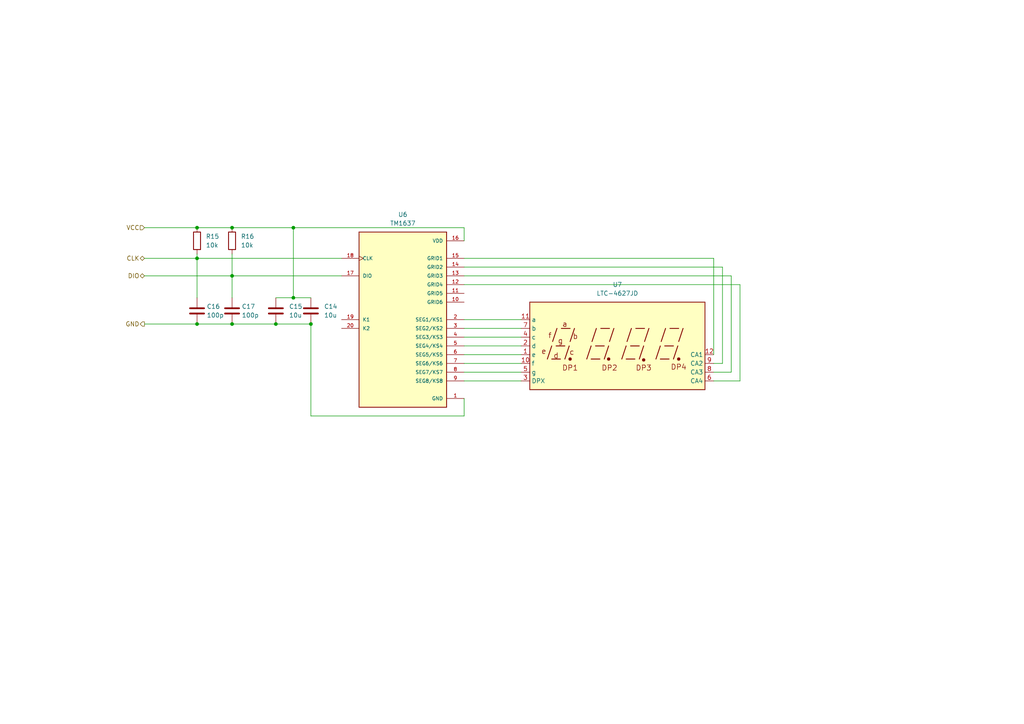
<source format=kicad_sch>
(kicad_sch
	(version 20250114)
	(generator "eeschema")
	(generator_version "9.0")
	(uuid "8f574e3a-f57c-4034-995b-f71115918ec1")
	(paper "A4")
	(lib_symbols
		(symbol "Device:C"
			(pin_numbers
				(hide yes)
			)
			(pin_names
				(offset 0.254)
			)
			(exclude_from_sim no)
			(in_bom yes)
			(on_board yes)
			(property "Reference" "C"
				(at 0.635 2.54 0)
				(effects
					(font
						(size 1.27 1.27)
					)
					(justify left)
				)
			)
			(property "Value" "C"
				(at 0.635 -2.54 0)
				(effects
					(font
						(size 1.27 1.27)
					)
					(justify left)
				)
			)
			(property "Footprint" ""
				(at 0.9652 -3.81 0)
				(effects
					(font
						(size 1.27 1.27)
					)
					(hide yes)
				)
			)
			(property "Datasheet" "~"
				(at 0 0 0)
				(effects
					(font
						(size 1.27 1.27)
					)
					(hide yes)
				)
			)
			(property "Description" "Unpolarized capacitor"
				(at 0 0 0)
				(effects
					(font
						(size 1.27 1.27)
					)
					(hide yes)
				)
			)
			(property "ki_keywords" "cap capacitor"
				(at 0 0 0)
				(effects
					(font
						(size 1.27 1.27)
					)
					(hide yes)
				)
			)
			(property "ki_fp_filters" "C_*"
				(at 0 0 0)
				(effects
					(font
						(size 1.27 1.27)
					)
					(hide yes)
				)
			)
			(symbol "C_0_1"
				(polyline
					(pts
						(xy -2.032 0.762) (xy 2.032 0.762)
					)
					(stroke
						(width 0.508)
						(type default)
					)
					(fill
						(type none)
					)
				)
				(polyline
					(pts
						(xy -2.032 -0.762) (xy 2.032 -0.762)
					)
					(stroke
						(width 0.508)
						(type default)
					)
					(fill
						(type none)
					)
				)
			)
			(symbol "C_1_1"
				(pin passive line
					(at 0 3.81 270)
					(length 2.794)
					(name "~"
						(effects
							(font
								(size 1.27 1.27)
							)
						)
					)
					(number "1"
						(effects
							(font
								(size 1.27 1.27)
							)
						)
					)
				)
				(pin passive line
					(at 0 -3.81 90)
					(length 2.794)
					(name "~"
						(effects
							(font
								(size 1.27 1.27)
							)
						)
					)
					(number "2"
						(effects
							(font
								(size 1.27 1.27)
							)
						)
					)
				)
			)
			(embedded_fonts no)
		)
		(symbol "Device:R"
			(pin_numbers
				(hide yes)
			)
			(pin_names
				(offset 0)
			)
			(exclude_from_sim no)
			(in_bom yes)
			(on_board yes)
			(property "Reference" "R"
				(at 2.032 0 90)
				(effects
					(font
						(size 1.27 1.27)
					)
				)
			)
			(property "Value" "R"
				(at 0 0 90)
				(effects
					(font
						(size 1.27 1.27)
					)
				)
			)
			(property "Footprint" ""
				(at -1.778 0 90)
				(effects
					(font
						(size 1.27 1.27)
					)
					(hide yes)
				)
			)
			(property "Datasheet" "~"
				(at 0 0 0)
				(effects
					(font
						(size 1.27 1.27)
					)
					(hide yes)
				)
			)
			(property "Description" "Resistor"
				(at 0 0 0)
				(effects
					(font
						(size 1.27 1.27)
					)
					(hide yes)
				)
			)
			(property "ki_keywords" "R res resistor"
				(at 0 0 0)
				(effects
					(font
						(size 1.27 1.27)
					)
					(hide yes)
				)
			)
			(property "ki_fp_filters" "R_*"
				(at 0 0 0)
				(effects
					(font
						(size 1.27 1.27)
					)
					(hide yes)
				)
			)
			(symbol "R_0_1"
				(rectangle
					(start -1.016 -2.54)
					(end 1.016 2.54)
					(stroke
						(width 0.254)
						(type default)
					)
					(fill
						(type none)
					)
				)
			)
			(symbol "R_1_1"
				(pin passive line
					(at 0 3.81 270)
					(length 1.27)
					(name "~"
						(effects
							(font
								(size 1.27 1.27)
							)
						)
					)
					(number "1"
						(effects
							(font
								(size 1.27 1.27)
							)
						)
					)
				)
				(pin passive line
					(at 0 -3.81 90)
					(length 1.27)
					(name "~"
						(effects
							(font
								(size 1.27 1.27)
							)
						)
					)
					(number "2"
						(effects
							(font
								(size 1.27 1.27)
							)
						)
					)
				)
			)
			(embedded_fonts no)
		)
		(symbol "Display_Character:CA56-12EWA"
			(exclude_from_sim no)
			(in_bom yes)
			(on_board yes)
			(property "Reference" "U"
				(at -24.13 13.97 0)
				(effects
					(font
						(size 1.27 1.27)
					)
				)
			)
			(property "Value" "CA56-12EWA"
				(at 19.05 13.97 0)
				(effects
					(font
						(size 1.27 1.27)
					)
				)
			)
			(property "Footprint" "Display_7Segment:CA56-12EWA"
				(at 0 -15.24 0)
				(effects
					(font
						(size 1.27 1.27)
					)
					(hide yes)
				)
			)
			(property "Datasheet" "http://www.kingbrightusa.com/images/catalog/SPEC/CA56-12EWA.pdf"
				(at -10.922 0.762 0)
				(effects
					(font
						(size 1.27 1.27)
					)
					(hide yes)
				)
			)
			(property "Description" "4 digit 7 segment high efficiency red LED, common anode"
				(at 0 0 0)
				(effects
					(font
						(size 1.27 1.27)
					)
					(hide yes)
				)
			)
			(property "ki_keywords" "display LED 7-segment"
				(at 0 0 0)
				(effects
					(font
						(size 1.27 1.27)
					)
					(hide yes)
				)
			)
			(property "ki_fp_filters" "*CA56*12EWA*"
				(at 0 0 0)
				(effects
					(font
						(size 1.27 1.27)
					)
					(hide yes)
				)
			)
			(symbol "CA56-12EWA_0_0"
				(rectangle
					(start -25.4 12.7)
					(end 25.4 -12.7)
					(stroke
						(width 0.254)
						(type default)
					)
					(fill
						(type background)
					)
				)
				(polyline
					(pts
						(xy -20.32 -3.81) (xy -19.05 0)
					)
					(stroke
						(width 0.254)
						(type default)
					)
					(fill
						(type none)
					)
				)
				(polyline
					(pts
						(xy -19.05 -3.81) (xy -16.51 -3.81)
					)
					(stroke
						(width 0.254)
						(type default)
					)
					(fill
						(type none)
					)
				)
				(polyline
					(pts
						(xy -18.796 1.27) (xy -17.526 5.08)
					)
					(stroke
						(width 0.254)
						(type default)
					)
					(fill
						(type none)
					)
				)
				(polyline
					(pts
						(xy -17.78 0) (xy -15.24 0)
					)
					(stroke
						(width 0.254)
						(type default)
					)
					(fill
						(type none)
					)
				)
				(polyline
					(pts
						(xy -16.256 5.08) (xy -13.716 5.08)
					)
					(stroke
						(width 0.254)
						(type default)
					)
					(fill
						(type none)
					)
				)
				(polyline
					(pts
						(xy -15.24 -3.81) (xy -13.97 0)
					)
					(stroke
						(width 0.254)
						(type default)
					)
					(fill
						(type none)
					)
				)
				(polyline
					(pts
						(xy -13.716 1.27) (xy -12.446 5.08)
					)
					(stroke
						(width 0.254)
						(type default)
					)
					(fill
						(type none)
					)
				)
				(polyline
					(pts
						(xy -8.89 -3.81) (xy -7.62 0)
					)
					(stroke
						(width 0.254)
						(type default)
					)
					(fill
						(type none)
					)
				)
				(polyline
					(pts
						(xy -7.62 -3.81) (xy -5.08 -3.81)
					)
					(stroke
						(width 0.254)
						(type default)
					)
					(fill
						(type none)
					)
				)
				(polyline
					(pts
						(xy -7.366 1.27) (xy -6.096 5.08)
					)
					(stroke
						(width 0.254)
						(type default)
					)
					(fill
						(type none)
					)
				)
				(polyline
					(pts
						(xy -6.35 0) (xy -3.81 0)
					)
					(stroke
						(width 0.254)
						(type default)
					)
					(fill
						(type none)
					)
				)
				(polyline
					(pts
						(xy -4.826 5.08) (xy -2.286 5.08)
					)
					(stroke
						(width 0.254)
						(type default)
					)
					(fill
						(type none)
					)
				)
				(polyline
					(pts
						(xy -3.81 -3.81) (xy -2.54 0)
					)
					(stroke
						(width 0.254)
						(type default)
					)
					(fill
						(type none)
					)
				)
				(polyline
					(pts
						(xy -2.286 1.27) (xy -1.016 5.08)
					)
					(stroke
						(width 0.254)
						(type default)
					)
					(fill
						(type none)
					)
				)
				(polyline
					(pts
						(xy 1.27 -3.81) (xy 2.54 0)
					)
					(stroke
						(width 0.254)
						(type default)
					)
					(fill
						(type none)
					)
				)
				(polyline
					(pts
						(xy 2.54 -3.81) (xy 5.08 -3.81)
					)
					(stroke
						(width 0.254)
						(type default)
					)
					(fill
						(type none)
					)
				)
				(polyline
					(pts
						(xy 2.794 1.27) (xy 4.064 5.08)
					)
					(stroke
						(width 0.254)
						(type default)
					)
					(fill
						(type none)
					)
				)
				(polyline
					(pts
						(xy 3.81 0) (xy 6.35 0)
					)
					(stroke
						(width 0.254)
						(type default)
					)
					(fill
						(type none)
					)
				)
				(polyline
					(pts
						(xy 5.334 5.08) (xy 7.874 5.08)
					)
					(stroke
						(width 0.254)
						(type default)
					)
					(fill
						(type none)
					)
				)
				(polyline
					(pts
						(xy 6.35 -3.81) (xy 7.62 0)
					)
					(stroke
						(width 0.254)
						(type default)
					)
					(fill
						(type none)
					)
				)
				(polyline
					(pts
						(xy 7.874 1.27) (xy 9.144 5.08)
					)
					(stroke
						(width 0.254)
						(type default)
					)
					(fill
						(type none)
					)
				)
				(polyline
					(pts
						(xy 11.176 -3.81) (xy 12.446 0)
					)
					(stroke
						(width 0.254)
						(type default)
					)
					(fill
						(type none)
					)
				)
				(polyline
					(pts
						(xy 12.446 -3.81) (xy 14.986 -3.81)
					)
					(stroke
						(width 0.254)
						(type default)
					)
					(fill
						(type none)
					)
				)
				(polyline
					(pts
						(xy 12.7 1.27) (xy 13.97 5.08)
					)
					(stroke
						(width 0.254)
						(type default)
					)
					(fill
						(type none)
					)
				)
				(polyline
					(pts
						(xy 13.716 0) (xy 16.256 0)
					)
					(stroke
						(width 0.254)
						(type default)
					)
					(fill
						(type none)
					)
				)
				(polyline
					(pts
						(xy 15.24 5.08) (xy 17.78 5.08)
					)
					(stroke
						(width 0.254)
						(type default)
					)
					(fill
						(type none)
					)
				)
				(polyline
					(pts
						(xy 16.256 -3.81) (xy 17.526 0)
					)
					(stroke
						(width 0.254)
						(type default)
					)
					(fill
						(type none)
					)
				)
				(polyline
					(pts
						(xy 17.78 1.27) (xy 19.05 5.08)
					)
					(stroke
						(width 0.254)
						(type default)
					)
					(fill
						(type none)
					)
				)
				(text "e"
					(at -21.336 -1.524 0)
					(effects
						(font
							(size 1.524 1.524)
						)
					)
				)
				(text "f"
					(at -19.558 3.048 0)
					(effects
						(font
							(size 1.524 1.524)
						)
					)
				)
				(text "d"
					(at -17.78 -2.794 0)
					(effects
						(font
							(size 1.524 1.524)
						)
					)
				)
				(text "g"
					(at -16.51 1.524 0)
					(effects
						(font
							(size 1.524 1.524)
						)
					)
				)
				(text "a"
					(at -15.24 6.35 0)
					(effects
						(font
							(size 1.524 1.524)
						)
					)
				)
				(text "DP1"
					(at -13.716 -6.35 0)
					(effects
						(font
							(size 1.524 1.524)
						)
					)
				)
				(text "c"
					(at -13.208 -1.778 0)
					(effects
						(font
							(size 1.524 1.524)
						)
					)
				)
				(text "b"
					(at -12.192 2.794 0)
					(effects
						(font
							(size 1.524 1.524)
						)
					)
				)
				(text "DP2"
					(at -2.286 -6.35 0)
					(effects
						(font
							(size 1.524 1.524)
						)
					)
				)
				(text "DP3"
					(at 7.62 -6.35 0)
					(effects
						(font
							(size 1.524 1.524)
						)
					)
				)
				(text "DP4"
					(at 17.78 -6.096 0)
					(effects
						(font
							(size 1.524 1.524)
						)
					)
				)
			)
			(symbol "CA56-12EWA_0_1"
				(circle
					(center -13.716 -3.81)
					(radius 0.3556)
					(stroke
						(width 0.254)
						(type default)
					)
					(fill
						(type outline)
					)
				)
				(circle
					(center -2.54 -3.81)
					(radius 0.3556)
					(stroke
						(width 0.254)
						(type default)
					)
					(fill
						(type outline)
					)
				)
			)
			(symbol "CA56-12EWA_1_0"
				(circle
					(center 7.62 -4.064)
					(radius 0.3556)
					(stroke
						(width 0.254)
						(type default)
					)
					(fill
						(type outline)
					)
				)
				(circle
					(center 17.78 -3.81)
					(radius 0.3556)
					(stroke
						(width 0.254)
						(type default)
					)
					(fill
						(type outline)
					)
				)
			)
			(symbol "CA56-12EWA_1_1"
				(pin input line
					(at -27.94 7.62 0)
					(length 2.54)
					(name "a"
						(effects
							(font
								(size 1.27 1.27)
							)
						)
					)
					(number "11"
						(effects
							(font
								(size 1.27 1.27)
							)
						)
					)
				)
				(pin input line
					(at -27.94 5.08 0)
					(length 2.54)
					(name "b"
						(effects
							(font
								(size 1.27 1.27)
							)
						)
					)
					(number "7"
						(effects
							(font
								(size 1.27 1.27)
							)
						)
					)
				)
				(pin input line
					(at -27.94 2.54 0)
					(length 2.54)
					(name "c"
						(effects
							(font
								(size 1.27 1.27)
							)
						)
					)
					(number "4"
						(effects
							(font
								(size 1.27 1.27)
							)
						)
					)
				)
				(pin input line
					(at -27.94 0 0)
					(length 2.54)
					(name "d"
						(effects
							(font
								(size 1.27 1.27)
							)
						)
					)
					(number "2"
						(effects
							(font
								(size 1.27 1.27)
							)
						)
					)
				)
				(pin input line
					(at -27.94 -2.54 0)
					(length 2.54)
					(name "e"
						(effects
							(font
								(size 1.27 1.27)
							)
						)
					)
					(number "1"
						(effects
							(font
								(size 1.27 1.27)
							)
						)
					)
				)
				(pin input line
					(at -27.94 -5.08 0)
					(length 2.54)
					(name "f"
						(effects
							(font
								(size 1.27 1.27)
							)
						)
					)
					(number "10"
						(effects
							(font
								(size 1.27 1.27)
							)
						)
					)
				)
				(pin input line
					(at -27.94 -7.62 0)
					(length 2.54)
					(name "g"
						(effects
							(font
								(size 1.27 1.27)
							)
						)
					)
					(number "5"
						(effects
							(font
								(size 1.27 1.27)
							)
						)
					)
				)
				(pin input line
					(at -27.94 -10.16 0)
					(length 2.54)
					(name "DPX"
						(effects
							(font
								(size 1.27 1.27)
							)
						)
					)
					(number "3"
						(effects
							(font
								(size 1.27 1.27)
							)
						)
					)
				)
				(pin input line
					(at 27.94 -2.54 180)
					(length 2.54)
					(name "CA1"
						(effects
							(font
								(size 1.27 1.27)
							)
						)
					)
					(number "12"
						(effects
							(font
								(size 1.27 1.27)
							)
						)
					)
				)
				(pin input line
					(at 27.94 -5.08 180)
					(length 2.54)
					(name "CA2"
						(effects
							(font
								(size 1.27 1.27)
							)
						)
					)
					(number "9"
						(effects
							(font
								(size 1.27 1.27)
							)
						)
					)
				)
				(pin input line
					(at 27.94 -7.62 180)
					(length 2.54)
					(name "CA3"
						(effects
							(font
								(size 1.27 1.27)
							)
						)
					)
					(number "8"
						(effects
							(font
								(size 1.27 1.27)
							)
						)
					)
				)
				(pin input line
					(at 27.94 -10.16 180)
					(length 2.54)
					(name "CA4"
						(effects
							(font
								(size 1.27 1.27)
							)
						)
					)
					(number "6"
						(effects
							(font
								(size 1.27 1.27)
							)
						)
					)
				)
			)
			(embedded_fonts no)
		)
		(symbol "TM1637:TM1637"
			(pin_names
				(offset 1.016)
			)
			(exclude_from_sim no)
			(in_bom yes)
			(on_board yes)
			(property "Reference" "U"
				(at -12.7 27.94 0)
				(effects
					(font
						(size 1.27 1.27)
					)
					(justify left bottom)
				)
			)
			(property "Value" "TM1637"
				(at -12.7 -30.48 0)
				(effects
					(font
						(size 1.27 1.27)
					)
					(justify left bottom)
				)
			)
			(property "Footprint" "TM1637:DIP778W43P254L2612H431Q20N"
				(at 0 0 0)
				(effects
					(font
						(size 1.27 1.27)
					)
					(justify bottom)
					(hide yes)
				)
			)
			(property "Datasheet" ""
				(at 0 0 0)
				(effects
					(font
						(size 1.27 1.27)
					)
					(hide yes)
				)
			)
			(property "Description" ""
				(at 0 0 0)
				(effects
					(font
						(size 1.27 1.27)
					)
					(hide yes)
				)
			)
			(property "MF" "Titan Micro Electronics"
				(at 0 0 0)
				(effects
					(font
						(size 1.27 1.27)
					)
					(justify bottom)
					(hide yes)
				)
			)
			(property "MAXIMUM_PACKAGE_HEIGHT" "4.31 mm"
				(at 0 0 0)
				(effects
					(font
						(size 1.27 1.27)
					)
					(justify bottom)
					(hide yes)
				)
			)
			(property "Package" "None"
				(at 0 0 0)
				(effects
					(font
						(size 1.27 1.27)
					)
					(justify bottom)
					(hide yes)
				)
			)
			(property "Price" "None"
				(at 0 0 0)
				(effects
					(font
						(size 1.27 1.27)
					)
					(justify bottom)
					(hide yes)
				)
			)
			(property "Check_prices" "https://www.snapeda.com/parts/TM1637/Titan+Micro+Electronics/view-part/?ref=eda"
				(at 0 0 0)
				(effects
					(font
						(size 1.27 1.27)
					)
					(justify bottom)
					(hide yes)
				)
			)
			(property "STANDARD" "IPC 7351B"
				(at 0 0 0)
				(effects
					(font
						(size 1.27 1.27)
					)
					(justify bottom)
					(hide yes)
				)
			)
			(property "PARTREV" "v2.5"
				(at 0 0 0)
				(effects
					(font
						(size 1.27 1.27)
					)
					(justify bottom)
					(hide yes)
				)
			)
			(property "SnapEDA_Link" "https://www.snapeda.com/parts/TM1637/Titan+Micro+Electronics/view-part/?ref=snap"
				(at 0 0 0)
				(effects
					(font
						(size 1.27 1.27)
					)
					(justify bottom)
					(hide yes)
				)
			)
			(property "MP" "TM1637"
				(at 0 0 0)
				(effects
					(font
						(size 1.27 1.27)
					)
					(justify bottom)
					(hide yes)
				)
			)
			(property "Description_1" "LED Drive Control Special Circuit"
				(at 0 0 0)
				(effects
					(font
						(size 1.27 1.27)
					)
					(justify bottom)
					(hide yes)
				)
			)
			(property "Availability" "Not in stock"
				(at 0 0 0)
				(effects
					(font
						(size 1.27 1.27)
					)
					(justify bottom)
					(hide yes)
				)
			)
			(property "MANUFACTURER" "Titan Micro Electronics"
				(at 0 0 0)
				(effects
					(font
						(size 1.27 1.27)
					)
					(justify bottom)
					(hide yes)
				)
			)
			(symbol "TM1637_0_0"
				(rectangle
					(start -12.7 -25.4)
					(end 12.7 25.4)
					(stroke
						(width 0.254)
						(type default)
					)
					(fill
						(type background)
					)
				)
				(pin input clock
					(at -17.78 17.78 0)
					(length 5.08)
					(name "CLK"
						(effects
							(font
								(size 1.016 1.016)
							)
						)
					)
					(number "18"
						(effects
							(font
								(size 1.016 1.016)
							)
						)
					)
				)
				(pin bidirectional line
					(at -17.78 12.7 0)
					(length 5.08)
					(name "DIO"
						(effects
							(font
								(size 1.016 1.016)
							)
						)
					)
					(number "17"
						(effects
							(font
								(size 1.016 1.016)
							)
						)
					)
				)
				(pin input line
					(at -17.78 0 0)
					(length 5.08)
					(name "K1"
						(effects
							(font
								(size 1.016 1.016)
							)
						)
					)
					(number "19"
						(effects
							(font
								(size 1.016 1.016)
							)
						)
					)
				)
				(pin input line
					(at -17.78 -2.54 0)
					(length 5.08)
					(name "K2"
						(effects
							(font
								(size 1.016 1.016)
							)
						)
					)
					(number "20"
						(effects
							(font
								(size 1.016 1.016)
							)
						)
					)
				)
				(pin power_in line
					(at 17.78 22.86 180)
					(length 5.08)
					(name "VDD"
						(effects
							(font
								(size 1.016 1.016)
							)
						)
					)
					(number "16"
						(effects
							(font
								(size 1.016 1.016)
							)
						)
					)
				)
				(pin output line
					(at 17.78 17.78 180)
					(length 5.08)
					(name "GRID1"
						(effects
							(font
								(size 1.016 1.016)
							)
						)
					)
					(number "15"
						(effects
							(font
								(size 1.016 1.016)
							)
						)
					)
				)
				(pin output line
					(at 17.78 15.24 180)
					(length 5.08)
					(name "GRID2"
						(effects
							(font
								(size 1.016 1.016)
							)
						)
					)
					(number "14"
						(effects
							(font
								(size 1.016 1.016)
							)
						)
					)
				)
				(pin output line
					(at 17.78 12.7 180)
					(length 5.08)
					(name "GRID3"
						(effects
							(font
								(size 1.016 1.016)
							)
						)
					)
					(number "13"
						(effects
							(font
								(size 1.016 1.016)
							)
						)
					)
				)
				(pin output line
					(at 17.78 10.16 180)
					(length 5.08)
					(name "GRID4"
						(effects
							(font
								(size 1.016 1.016)
							)
						)
					)
					(number "12"
						(effects
							(font
								(size 1.016 1.016)
							)
						)
					)
				)
				(pin output line
					(at 17.78 7.62 180)
					(length 5.08)
					(name "GRID5"
						(effects
							(font
								(size 1.016 1.016)
							)
						)
					)
					(number "11"
						(effects
							(font
								(size 1.016 1.016)
							)
						)
					)
				)
				(pin output line
					(at 17.78 5.08 180)
					(length 5.08)
					(name "GRID6"
						(effects
							(font
								(size 1.016 1.016)
							)
						)
					)
					(number "10"
						(effects
							(font
								(size 1.016 1.016)
							)
						)
					)
				)
				(pin output line
					(at 17.78 0 180)
					(length 5.08)
					(name "SEG1/KS1"
						(effects
							(font
								(size 1.016 1.016)
							)
						)
					)
					(number "2"
						(effects
							(font
								(size 1.016 1.016)
							)
						)
					)
				)
				(pin output line
					(at 17.78 -2.54 180)
					(length 5.08)
					(name "SEG2/KS2"
						(effects
							(font
								(size 1.016 1.016)
							)
						)
					)
					(number "3"
						(effects
							(font
								(size 1.016 1.016)
							)
						)
					)
				)
				(pin output line
					(at 17.78 -5.08 180)
					(length 5.08)
					(name "SEG3/KS3"
						(effects
							(font
								(size 1.016 1.016)
							)
						)
					)
					(number "4"
						(effects
							(font
								(size 1.016 1.016)
							)
						)
					)
				)
				(pin output line
					(at 17.78 -7.62 180)
					(length 5.08)
					(name "SEG4/KS4"
						(effects
							(font
								(size 1.016 1.016)
							)
						)
					)
					(number "5"
						(effects
							(font
								(size 1.016 1.016)
							)
						)
					)
				)
				(pin output line
					(at 17.78 -10.16 180)
					(length 5.08)
					(name "SEG5/KS5"
						(effects
							(font
								(size 1.016 1.016)
							)
						)
					)
					(number "6"
						(effects
							(font
								(size 1.016 1.016)
							)
						)
					)
				)
				(pin output line
					(at 17.78 -12.7 180)
					(length 5.08)
					(name "SEG6/KS6"
						(effects
							(font
								(size 1.016 1.016)
							)
						)
					)
					(number "7"
						(effects
							(font
								(size 1.016 1.016)
							)
						)
					)
				)
				(pin output line
					(at 17.78 -15.24 180)
					(length 5.08)
					(name "SEG7/KS7"
						(effects
							(font
								(size 1.016 1.016)
							)
						)
					)
					(number "8"
						(effects
							(font
								(size 1.016 1.016)
							)
						)
					)
				)
				(pin output line
					(at 17.78 -17.78 180)
					(length 5.08)
					(name "SEG8/KS8"
						(effects
							(font
								(size 1.016 1.016)
							)
						)
					)
					(number "9"
						(effects
							(font
								(size 1.016 1.016)
							)
						)
					)
				)
				(pin power_in line
					(at 17.78 -22.86 180)
					(length 5.08)
					(name "GND"
						(effects
							(font
								(size 1.016 1.016)
							)
						)
					)
					(number "1"
						(effects
							(font
								(size 1.016 1.016)
							)
						)
					)
				)
			)
			(embedded_fonts no)
		)
	)
	(junction
		(at 67.31 80.01)
		(diameter 0)
		(color 0 0 0 0)
		(uuid "1057bb95-98f0-46ac-9461-c24443b52667")
	)
	(junction
		(at 57.15 66.04)
		(diameter 0)
		(color 0 0 0 0)
		(uuid "23f9707e-c85d-441d-b3d7-45e068ac90f6")
	)
	(junction
		(at 67.31 66.04)
		(diameter 0)
		(color 0 0 0 0)
		(uuid "2aaf59f4-8c4f-4c7a-be32-55f43d30226a")
	)
	(junction
		(at 57.15 74.93)
		(diameter 0)
		(color 0 0 0 0)
		(uuid "43258256-4761-4a44-a938-30639b2a2e88")
	)
	(junction
		(at 80.01 93.98)
		(diameter 0)
		(color 0 0 0 0)
		(uuid "4b1d77a4-3a62-4b44-aa66-b870680f8549")
	)
	(junction
		(at 90.17 93.98)
		(diameter 0)
		(color 0 0 0 0)
		(uuid "4dcdfe72-bb3a-4b58-9319-00a784431e6f")
	)
	(junction
		(at 67.31 93.98)
		(diameter 0)
		(color 0 0 0 0)
		(uuid "5cfb85f6-5da0-45dd-b3e2-56be9fe86c1c")
	)
	(junction
		(at 57.15 93.98)
		(diameter 0)
		(color 0 0 0 0)
		(uuid "7ef0b793-beba-40e6-b2df-3f5cf66985fe")
	)
	(junction
		(at 85.09 66.04)
		(diameter 0)
		(color 0 0 0 0)
		(uuid "bafb8f36-12de-4fb2-a85e-f10c07309b07")
	)
	(junction
		(at 85.09 86.36)
		(diameter 0)
		(color 0 0 0 0)
		(uuid "db4d6ea8-84b4-4b8f-914c-80b1db013655")
	)
	(wire
		(pts
			(xy 41.91 80.01) (xy 67.31 80.01)
		)
		(stroke
			(width 0)
			(type default)
		)
		(uuid "0555e27f-525c-4cc9-b2d5-54b404514cbd")
	)
	(wire
		(pts
			(xy 134.62 92.71) (xy 151.13 92.71)
		)
		(stroke
			(width 0)
			(type default)
		)
		(uuid "067eaa3c-6de7-4bd3-a784-258252ef9fe2")
	)
	(wire
		(pts
			(xy 207.01 107.95) (xy 212.09 107.95)
		)
		(stroke
			(width 0)
			(type default)
		)
		(uuid "0c03ff6b-203d-4894-8570-908cfbd524b9")
	)
	(wire
		(pts
			(xy 134.62 66.04) (xy 134.62 69.85)
		)
		(stroke
			(width 0)
			(type default)
		)
		(uuid "1378ea0a-d55c-4522-b43d-2c4182ee7e36")
	)
	(wire
		(pts
			(xy 67.31 66.04) (xy 85.09 66.04)
		)
		(stroke
			(width 0)
			(type default)
		)
		(uuid "186b615c-80c8-4ff3-b44a-efab3f96a05d")
	)
	(wire
		(pts
			(xy 67.31 80.01) (xy 99.06 80.01)
		)
		(stroke
			(width 0)
			(type default)
		)
		(uuid "1a12d573-c06a-43ae-9691-9bbc080358d2")
	)
	(wire
		(pts
			(xy 134.62 95.25) (xy 151.13 95.25)
		)
		(stroke
			(width 0)
			(type default)
		)
		(uuid "23b67820-414a-4c30-94df-374f350c0562")
	)
	(wire
		(pts
			(xy 85.09 66.04) (xy 134.62 66.04)
		)
		(stroke
			(width 0)
			(type default)
		)
		(uuid "2860bcdf-20cc-45ba-805d-dba414d3299b")
	)
	(wire
		(pts
			(xy 41.91 66.04) (xy 57.15 66.04)
		)
		(stroke
			(width 0)
			(type default)
		)
		(uuid "29c91df0-4a87-4379-855f-47a1b907029b")
	)
	(wire
		(pts
			(xy 80.01 93.98) (xy 90.17 93.98)
		)
		(stroke
			(width 0)
			(type default)
		)
		(uuid "29fca9eb-35cd-4f8e-9088-09ed94c59cdb")
	)
	(wire
		(pts
			(xy 41.91 74.93) (xy 57.15 74.93)
		)
		(stroke
			(width 0)
			(type default)
		)
		(uuid "2e36e5c4-5199-49b2-95ba-f5c2e527d8da")
	)
	(wire
		(pts
			(xy 134.62 115.57) (xy 134.62 120.65)
		)
		(stroke
			(width 0)
			(type default)
		)
		(uuid "4040463a-3280-41bb-af90-de62e0ae3c7d")
	)
	(wire
		(pts
			(xy 134.62 80.01) (xy 212.09 80.01)
		)
		(stroke
			(width 0)
			(type default)
		)
		(uuid "4ae7b46b-d18e-46fb-8401-24f937bf0eff")
	)
	(wire
		(pts
			(xy 214.63 110.49) (xy 207.01 110.49)
		)
		(stroke
			(width 0)
			(type default)
		)
		(uuid "4c286cf8-8476-429d-b7b2-598c66cc7b01")
	)
	(wire
		(pts
			(xy 134.62 77.47) (xy 209.55 77.47)
		)
		(stroke
			(width 0)
			(type default)
		)
		(uuid "4e32c646-521a-4496-b582-d3d2726cb829")
	)
	(wire
		(pts
			(xy 134.62 105.41) (xy 151.13 105.41)
		)
		(stroke
			(width 0)
			(type default)
		)
		(uuid "5932b9e3-8647-4f8d-b232-83b73e646332")
	)
	(wire
		(pts
			(xy 41.91 93.98) (xy 57.15 93.98)
		)
		(stroke
			(width 0)
			(type default)
		)
		(uuid "5f41ea14-f19f-4a11-b4eb-8d1e98f8dd8e")
	)
	(wire
		(pts
			(xy 57.15 73.66) (xy 57.15 74.93)
		)
		(stroke
			(width 0)
			(type default)
		)
		(uuid "6691b4b6-a1ca-4952-848d-179a084ea6d8")
	)
	(wire
		(pts
			(xy 134.62 102.87) (xy 151.13 102.87)
		)
		(stroke
			(width 0)
			(type default)
		)
		(uuid "66d32937-7fd7-486f-872b-8b3aaa7c87c9")
	)
	(wire
		(pts
			(xy 212.09 80.01) (xy 212.09 107.95)
		)
		(stroke
			(width 0)
			(type default)
		)
		(uuid "73d3fdb9-6d1f-4b77-9e3d-6f8b65851fb2")
	)
	(wire
		(pts
			(xy 134.62 82.55) (xy 214.63 82.55)
		)
		(stroke
			(width 0)
			(type default)
		)
		(uuid "74090e35-f50c-437c-a976-ddaa52f72683")
	)
	(wire
		(pts
			(xy 134.62 100.33) (xy 151.13 100.33)
		)
		(stroke
			(width 0)
			(type default)
		)
		(uuid "7f6be8ab-d62c-4334-b7f6-73e031b2d9af")
	)
	(wire
		(pts
			(xy 209.55 77.47) (xy 209.55 105.41)
		)
		(stroke
			(width 0)
			(type default)
		)
		(uuid "80615188-212b-4cb8-9807-614ad3440e63")
	)
	(wire
		(pts
			(xy 90.17 93.98) (xy 90.17 120.65)
		)
		(stroke
			(width 0)
			(type default)
		)
		(uuid "935f0ce6-7b87-4d8a-a992-e101f71e8fa0")
	)
	(wire
		(pts
			(xy 80.01 86.36) (xy 85.09 86.36)
		)
		(stroke
			(width 0)
			(type default)
		)
		(uuid "95148eaa-ff01-4998-8246-70b5057677e1")
	)
	(wire
		(pts
			(xy 57.15 93.98) (xy 67.31 93.98)
		)
		(stroke
			(width 0)
			(type default)
		)
		(uuid "963ac444-f33f-430a-a8f7-e9ad755808c5")
	)
	(wire
		(pts
			(xy 134.62 110.49) (xy 151.13 110.49)
		)
		(stroke
			(width 0)
			(type default)
		)
		(uuid "9ce98672-f0f5-4868-8d61-59f24809f79c")
	)
	(wire
		(pts
			(xy 85.09 86.36) (xy 90.17 86.36)
		)
		(stroke
			(width 0)
			(type default)
		)
		(uuid "a00ba4b4-8810-4363-a072-a8504e44c83d")
	)
	(wire
		(pts
			(xy 90.17 120.65) (xy 134.62 120.65)
		)
		(stroke
			(width 0)
			(type default)
		)
		(uuid "a1b9d2b8-054b-4a52-862d-21745e6cbdb1")
	)
	(wire
		(pts
			(xy 67.31 80.01) (xy 67.31 86.36)
		)
		(stroke
			(width 0)
			(type default)
		)
		(uuid "a206b7e2-8b21-4436-b5a2-4dd2d334b448")
	)
	(wire
		(pts
			(xy 57.15 74.93) (xy 57.15 86.36)
		)
		(stroke
			(width 0)
			(type default)
		)
		(uuid "a43ff2f6-cd9b-41f9-866e-f40039f4ce8d")
	)
	(wire
		(pts
			(xy 207.01 105.41) (xy 209.55 105.41)
		)
		(stroke
			(width 0)
			(type default)
		)
		(uuid "af17bd8e-63e2-42b8-8806-9d5ec02cf636")
	)
	(wire
		(pts
			(xy 67.31 73.66) (xy 67.31 80.01)
		)
		(stroke
			(width 0)
			(type default)
		)
		(uuid "afefb54f-597a-4d01-ae16-3f8f15893ae1")
	)
	(wire
		(pts
			(xy 57.15 74.93) (xy 99.06 74.93)
		)
		(stroke
			(width 0)
			(type default)
		)
		(uuid "b9f83120-3f88-4fff-8cd0-9818f4279c07")
	)
	(wire
		(pts
			(xy 134.62 97.79) (xy 151.13 97.79)
		)
		(stroke
			(width 0)
			(type default)
		)
		(uuid "c6c0c89f-e10d-4398-910c-97bee3759207")
	)
	(wire
		(pts
			(xy 67.31 93.98) (xy 80.01 93.98)
		)
		(stroke
			(width 0)
			(type default)
		)
		(uuid "dae4f55f-ab1e-4977-9486-3a9e9df37ad4")
	)
	(wire
		(pts
			(xy 134.62 74.93) (xy 207.01 74.93)
		)
		(stroke
			(width 0)
			(type default)
		)
		(uuid "db92077e-9b69-443e-a6b5-971a9a7d173f")
	)
	(wire
		(pts
			(xy 134.62 107.95) (xy 151.13 107.95)
		)
		(stroke
			(width 0)
			(type default)
		)
		(uuid "e4c1ae19-7dba-45ea-bd49-e68ace2caab9")
	)
	(wire
		(pts
			(xy 85.09 86.36) (xy 85.09 66.04)
		)
		(stroke
			(width 0)
			(type default)
		)
		(uuid "e56a1997-4a7c-4d6f-9825-e18a531d79c0")
	)
	(wire
		(pts
			(xy 214.63 82.55) (xy 214.63 110.49)
		)
		(stroke
			(width 0)
			(type default)
		)
		(uuid "e5df408c-820d-4dba-8871-c5cbed432f4b")
	)
	(wire
		(pts
			(xy 207.01 74.93) (xy 207.01 102.87)
		)
		(stroke
			(width 0)
			(type default)
		)
		(uuid "efbb8180-fd5f-4cf6-a213-2ac85319e19a")
	)
	(wire
		(pts
			(xy 57.15 66.04) (xy 67.31 66.04)
		)
		(stroke
			(width 0)
			(type default)
		)
		(uuid "efdc57b3-f5e0-4e6f-b5d0-e4768448b7cf")
	)
	(hierarchical_label "GND"
		(shape output)
		(at 41.91 93.98 180)
		(effects
			(font
				(size 1.27 1.27)
			)
			(justify right)
		)
		(uuid "0d64cb28-4068-4f33-a149-70e5eb2f87b4")
	)
	(hierarchical_label "DIO"
		(shape bidirectional)
		(at 41.91 80.01 180)
		(effects
			(font
				(size 1.27 1.27)
			)
			(justify right)
		)
		(uuid "579cc017-b72d-4b36-abf7-b749877d45c3")
	)
	(hierarchical_label "VCC"
		(shape input)
		(at 41.91 66.04 180)
		(effects
			(font
				(size 1.27 1.27)
			)
			(justify right)
		)
		(uuid "70c8a20e-78d0-40e1-ad70-57ce244eb803")
	)
	(hierarchical_label "CLK"
		(shape bidirectional)
		(at 41.91 74.93 180)
		(effects
			(font
				(size 1.27 1.27)
			)
			(justify right)
		)
		(uuid "999601e3-7229-44b1-9b4c-a852c9945014")
	)
	(symbol
		(lib_id "Device:C")
		(at 80.01 90.17 0)
		(unit 1)
		(exclude_from_sim no)
		(in_bom yes)
		(on_board yes)
		(dnp no)
		(fields_autoplaced yes)
		(uuid "36a85c35-d27e-413a-8519-a3b43005f846")
		(property "Reference" "C15"
			(at 83.82 88.8999 0)
			(effects
				(font
					(size 1.27 1.27)
				)
				(justify left)
			)
		)
		(property "Value" "10u"
			(at 83.82 91.4399 0)
			(effects
				(font
					(size 1.27 1.27)
				)
				(justify left)
			)
		)
		(property "Footprint" "Capacitor_SMD:C_0805_2012Metric"
			(at 80.9752 93.98 0)
			(effects
				(font
					(size 1.27 1.27)
				)
				(hide yes)
			)
		)
		(property "Datasheet" "~"
			(at 80.01 90.17 0)
			(effects
				(font
					(size 1.27 1.27)
				)
				(hide yes)
			)
		)
		(property "Description" "Unpolarized capacitor"
			(at 80.01 90.17 0)
			(effects
				(font
					(size 1.27 1.27)
				)
				(hide yes)
			)
		)
		(pin "1"
			(uuid "fb259126-bf78-4d2e-8d9d-882183a096bc")
		)
		(pin "2"
			(uuid "3ec2b2f8-a561-494f-8c87-624ecb75572e")
		)
		(instances
			(project ""
				(path "/57f2b6ac-3611-4b16-b8a1-8e91b00e0208/75d4254f-58df-4e98-9caa-2c4b94d613e3"
					(reference "C15")
					(unit 1)
				)
			)
		)
	)
	(symbol
		(lib_id "Device:C")
		(at 57.15 90.17 0)
		(unit 1)
		(exclude_from_sim no)
		(in_bom yes)
		(on_board yes)
		(dnp no)
		(uuid "52b6087e-8d9c-458f-a2e7-b41ef69eb092")
		(property "Reference" "C16"
			(at 59.944 88.9 0)
			(effects
				(font
					(size 1.27 1.27)
				)
				(justify left)
			)
		)
		(property "Value" "100p"
			(at 59.944 91.44 0)
			(effects
				(font
					(size 1.27 1.27)
				)
				(justify left)
			)
		)
		(property "Footprint" "Capacitor_SMD:C_0805_2012Metric"
			(at 58.1152 93.98 0)
			(effects
				(font
					(size 1.27 1.27)
				)
				(hide yes)
			)
		)
		(property "Datasheet" "~"
			(at 57.15 90.17 0)
			(effects
				(font
					(size 1.27 1.27)
				)
				(hide yes)
			)
		)
		(property "Description" "Unpolarized capacitor"
			(at 57.15 90.17 0)
			(effects
				(font
					(size 1.27 1.27)
				)
				(hide yes)
			)
		)
		(pin "1"
			(uuid "718d0f14-feae-42c0-a9a4-5160b9059920")
		)
		(pin "2"
			(uuid "6a047349-46c9-4a1a-9c24-d6fe3f85cc82")
		)
		(instances
			(project "pill_dispenser"
				(path "/57f2b6ac-3611-4b16-b8a1-8e91b00e0208/75d4254f-58df-4e98-9caa-2c4b94d613e3"
					(reference "C16")
					(unit 1)
				)
			)
		)
	)
	(symbol
		(lib_id "Display_Character:CA56-12EWA")
		(at 179.07 100.33 0)
		(unit 1)
		(exclude_from_sim no)
		(in_bom yes)
		(on_board yes)
		(dnp no)
		(fields_autoplaced yes)
		(uuid "73ef9b06-b467-4470-955a-5f297156c107")
		(property "Reference" "U7"
			(at 179.07 82.55 0)
			(effects
				(font
					(size 1.27 1.27)
				)
			)
		)
		(property "Value" "LTC-4627JD"
			(at 179.07 85.09 0)
			(effects
				(font
					(size 1.27 1.27)
				)
			)
		)
		(property "Footprint" "Display_7Segment:CA56-12EWA"
			(at 179.07 115.57 0)
			(effects
				(font
					(size 1.27 1.27)
				)
				(hide yes)
			)
		)
		(property "Datasheet" "http://www.kingbrightusa.com/images/catalog/SPEC/CA56-12EWA.pdf"
			(at 168.148 99.568 0)
			(effects
				(font
					(size 1.27 1.27)
				)
				(hide yes)
			)
		)
		(property "Description" "4 digit 7 segment high efficiency red LED, common anode"
			(at 179.07 100.33 0)
			(effects
				(font
					(size 1.27 1.27)
				)
				(hide yes)
			)
		)
		(pin "3"
			(uuid "f47d86c4-3277-406b-8c93-3aa4f0fdfabc")
		)
		(pin "11"
			(uuid "3c526263-4e7e-45f1-be7d-f98bcc5e153d")
		)
		(pin "9"
			(uuid "df94e1e9-4133-418a-a662-a1a0d4d316bb")
		)
		(pin "6"
			(uuid "6b8cd1ec-d2d7-4bc1-9fc9-7b01f4004f0e")
		)
		(pin "2"
			(uuid "43d36cfb-7e93-43aa-8ffc-d5f75a2ba334")
		)
		(pin "1"
			(uuid "f5766b7c-5970-4818-9ba5-fc306e6c6645")
		)
		(pin "12"
			(uuid "aed63bf2-fab0-49d1-9766-694af03c3224")
		)
		(pin "10"
			(uuid "431346eb-d22a-4c63-aee6-5b6d795e3218")
		)
		(pin "8"
			(uuid "47750b64-bf88-447b-b97c-cfaa2ac865d5")
		)
		(pin "5"
			(uuid "ec164050-67b2-464b-954a-d47e14659f22")
		)
		(pin "7"
			(uuid "d11f036e-9668-413c-92b9-e648fab084b2")
		)
		(pin "4"
			(uuid "9e39acb7-b6f7-482b-a891-e5b1cc15d185")
		)
		(instances
			(project ""
				(path "/57f2b6ac-3611-4b16-b8a1-8e91b00e0208/75d4254f-58df-4e98-9caa-2c4b94d613e3"
					(reference "U7")
					(unit 1)
				)
			)
		)
	)
	(symbol
		(lib_id "Device:C")
		(at 90.17 90.17 0)
		(unit 1)
		(exclude_from_sim no)
		(in_bom yes)
		(on_board yes)
		(dnp no)
		(fields_autoplaced yes)
		(uuid "7c652119-69f6-4ba2-a92f-7905181a1319")
		(property "Reference" "C14"
			(at 93.98 88.8999 0)
			(effects
				(font
					(size 1.27 1.27)
				)
				(justify left)
			)
		)
		(property "Value" "10u"
			(at 93.98 91.4399 0)
			(effects
				(font
					(size 1.27 1.27)
				)
				(justify left)
			)
		)
		(property "Footprint" "Capacitor_SMD:C_0805_2012Metric"
			(at 91.1352 93.98 0)
			(effects
				(font
					(size 1.27 1.27)
				)
				(hide yes)
			)
		)
		(property "Datasheet" "~"
			(at 90.17 90.17 0)
			(effects
				(font
					(size 1.27 1.27)
				)
				(hide yes)
			)
		)
		(property "Description" "Unpolarized capacitor"
			(at 90.17 90.17 0)
			(effects
				(font
					(size 1.27 1.27)
				)
				(hide yes)
			)
		)
		(pin "1"
			(uuid "0faf50ad-1856-46ab-8e84-0cfd12e12da8")
		)
		(pin "2"
			(uuid "2de4e913-df66-4b3f-a9dc-bbc838971b45")
		)
		(instances
			(project ""
				(path "/57f2b6ac-3611-4b16-b8a1-8e91b00e0208/75d4254f-58df-4e98-9caa-2c4b94d613e3"
					(reference "C14")
					(unit 1)
				)
			)
		)
	)
	(symbol
		(lib_id "Device:R")
		(at 67.31 69.85 0)
		(unit 1)
		(exclude_from_sim no)
		(in_bom yes)
		(on_board yes)
		(dnp no)
		(fields_autoplaced yes)
		(uuid "8c0d9af9-b95a-45cc-987a-db17e907611f")
		(property "Reference" "R16"
			(at 69.85 68.5799 0)
			(effects
				(font
					(size 1.27 1.27)
				)
				(justify left)
			)
		)
		(property "Value" "10k"
			(at 69.85 71.1199 0)
			(effects
				(font
					(size 1.27 1.27)
				)
				(justify left)
			)
		)
		(property "Footprint" "Resistor_SMD:R_0805_2012Metric"
			(at 65.532 69.85 90)
			(effects
				(font
					(size 1.27 1.27)
				)
				(hide yes)
			)
		)
		(property "Datasheet" "~"
			(at 67.31 69.85 0)
			(effects
				(font
					(size 1.27 1.27)
				)
				(hide yes)
			)
		)
		(property "Description" "Resistor"
			(at 67.31 69.85 0)
			(effects
				(font
					(size 1.27 1.27)
				)
				(hide yes)
			)
		)
		(pin "2"
			(uuid "1fdb18ff-672f-4ec8-a94a-ce6ee584b2d2")
		)
		(pin "1"
			(uuid "e054ced7-aa18-46ba-9415-d5fe358d425a")
		)
		(instances
			(project "pill_dispenser"
				(path "/57f2b6ac-3611-4b16-b8a1-8e91b00e0208/75d4254f-58df-4e98-9caa-2c4b94d613e3"
					(reference "R16")
					(unit 1)
				)
			)
		)
	)
	(symbol
		(lib_id "Device:C")
		(at 67.31 90.17 0)
		(unit 1)
		(exclude_from_sim no)
		(in_bom yes)
		(on_board yes)
		(dnp no)
		(uuid "a20126fa-bd2b-4736-8256-b2257a631104")
		(property "Reference" "C17"
			(at 70.104 88.9 0)
			(effects
				(font
					(size 1.27 1.27)
				)
				(justify left)
			)
		)
		(property "Value" "100p"
			(at 70.104 91.44 0)
			(effects
				(font
					(size 1.27 1.27)
				)
				(justify left)
			)
		)
		(property "Footprint" "Capacitor_SMD:C_0805_2012Metric"
			(at 68.2752 93.98 0)
			(effects
				(font
					(size 1.27 1.27)
				)
				(hide yes)
			)
		)
		(property "Datasheet" "~"
			(at 67.31 90.17 0)
			(effects
				(font
					(size 1.27 1.27)
				)
				(hide yes)
			)
		)
		(property "Description" "Unpolarized capacitor"
			(at 67.31 90.17 0)
			(effects
				(font
					(size 1.27 1.27)
				)
				(hide yes)
			)
		)
		(pin "1"
			(uuid "938c7cbc-1c46-4e05-b98b-e4fcf55bcb0d")
		)
		(pin "2"
			(uuid "c847e50a-19e4-4530-bea2-d5172b7c4117")
		)
		(instances
			(project "pill_dispenser"
				(path "/57f2b6ac-3611-4b16-b8a1-8e91b00e0208/75d4254f-58df-4e98-9caa-2c4b94d613e3"
					(reference "C17")
					(unit 1)
				)
			)
		)
	)
	(symbol
		(lib_id "Device:R")
		(at 57.15 69.85 0)
		(unit 1)
		(exclude_from_sim no)
		(in_bom yes)
		(on_board yes)
		(dnp no)
		(fields_autoplaced yes)
		(uuid "cf8a4e7a-46f8-44b7-9711-370055f2ea61")
		(property "Reference" "R15"
			(at 59.69 68.5799 0)
			(effects
				(font
					(size 1.27 1.27)
				)
				(justify left)
			)
		)
		(property "Value" "10k"
			(at 59.69 71.1199 0)
			(effects
				(font
					(size 1.27 1.27)
				)
				(justify left)
			)
		)
		(property "Footprint" "Resistor_SMD:R_0805_2012Metric"
			(at 55.372 69.85 90)
			(effects
				(font
					(size 1.27 1.27)
				)
				(hide yes)
			)
		)
		(property "Datasheet" "~"
			(at 57.15 69.85 0)
			(effects
				(font
					(size 1.27 1.27)
				)
				(hide yes)
			)
		)
		(property "Description" "Resistor"
			(at 57.15 69.85 0)
			(effects
				(font
					(size 1.27 1.27)
				)
				(hide yes)
			)
		)
		(pin "2"
			(uuid "6343956d-2702-4393-b9c8-02d0f55c534e")
		)
		(pin "1"
			(uuid "e7a86988-729d-495f-af07-653e84ec600e")
		)
		(instances
			(project ""
				(path "/57f2b6ac-3611-4b16-b8a1-8e91b00e0208/75d4254f-58df-4e98-9caa-2c4b94d613e3"
					(reference "R15")
					(unit 1)
				)
			)
		)
	)
	(symbol
		(lib_id "TM1637:TM1637")
		(at 116.84 92.71 0)
		(unit 1)
		(exclude_from_sim no)
		(in_bom yes)
		(on_board yes)
		(dnp no)
		(fields_autoplaced yes)
		(uuid "d0696137-a1e6-49fb-a0bf-1c22183f6678")
		(property "Reference" "U6"
			(at 116.84 62.23 0)
			(effects
				(font
					(size 1.27 1.27)
				)
			)
		)
		(property "Value" "TM1637"
			(at 116.84 64.77 0)
			(effects
				(font
					(size 1.27 1.27)
				)
			)
		)
		(property "Footprint" "TM1637:S0P"
			(at 116.84 92.71 0)
			(effects
				(font
					(size 1.27 1.27)
				)
				(justify bottom)
				(hide yes)
			)
		)
		(property "Datasheet" ""
			(at 116.84 92.71 0)
			(effects
				(font
					(size 1.27 1.27)
				)
				(hide yes)
			)
		)
		(property "Description" ""
			(at 116.84 92.71 0)
			(effects
				(font
					(size 1.27 1.27)
				)
				(hide yes)
			)
		)
		(property "MF" "Titan Micro Electronics"
			(at 116.84 92.71 0)
			(effects
				(font
					(size 1.27 1.27)
				)
				(justify bottom)
				(hide yes)
			)
		)
		(property "MAXIMUM_PACKAGE_HEIGHT" "4.31 mm"
			(at 116.84 92.71 0)
			(effects
				(font
					(size 1.27 1.27)
				)
				(justify bottom)
				(hide yes)
			)
		)
		(property "Package" "None"
			(at 116.84 92.71 0)
			(effects
				(font
					(size 1.27 1.27)
				)
				(justify bottom)
				(hide yes)
			)
		)
		(property "Price" "None"
			(at 116.84 92.71 0)
			(effects
				(font
					(size 1.27 1.27)
				)
				(justify bottom)
				(hide yes)
			)
		)
		(property "Check_prices" "https://www.snapeda.com/parts/TM1637/Titan+Micro+Electronics/view-part/?ref=eda"
			(at 116.84 92.71 0)
			(effects
				(font
					(size 1.27 1.27)
				)
				(justify bottom)
				(hide yes)
			)
		)
		(property "STANDARD" "IPC 7351B"
			(at 116.84 92.71 0)
			(effects
				(font
					(size 1.27 1.27)
				)
				(justify bottom)
				(hide yes)
			)
		)
		(property "PARTREV" "v2.5"
			(at 116.84 92.71 0)
			(effects
				(font
					(size 1.27 1.27)
				)
				(justify bottom)
				(hide yes)
			)
		)
		(property "SnapEDA_Link" "https://www.snapeda.com/parts/TM1637/Titan+Micro+Electronics/view-part/?ref=snap"
			(at 116.84 92.71 0)
			(effects
				(font
					(size 1.27 1.27)
				)
				(justify bottom)
				(hide yes)
			)
		)
		(property "MP" "TM1637"
			(at 116.84 92.71 0)
			(effects
				(font
					(size 1.27 1.27)
				)
				(justify bottom)
				(hide yes)
			)
		)
		(property "Description_1" "LED Drive Control Special Circuit"
			(at 116.84 92.71 0)
			(effects
				(font
					(size 1.27 1.27)
				)
				(justify bottom)
				(hide yes)
			)
		)
		(property "Availability" "Not in stock"
			(at 116.84 92.71 0)
			(effects
				(font
					(size 1.27 1.27)
				)
				(justify bottom)
				(hide yes)
			)
		)
		(property "MANUFACTURER" "Titan Micro Electronics"
			(at 116.84 92.71 0)
			(effects
				(font
					(size 1.27 1.27)
				)
				(justify bottom)
				(hide yes)
			)
		)
		(pin "1"
			(uuid "8d117ae2-4c55-476a-81af-3bd790f49e02")
		)
		(pin "20"
			(uuid "641053d1-13a6-45c7-990d-ee53c112b663")
		)
		(pin "12"
			(uuid "11fc4a98-6512-4b5f-9b34-e2c09a19426f")
		)
		(pin "13"
			(uuid "1937f077-abb9-4881-be8b-2632b6ba6892")
		)
		(pin "2"
			(uuid "1dfc1455-b6d9-45f4-8afd-170aaebe3667")
		)
		(pin "17"
			(uuid "5ef0b8b8-7501-4bbc-8271-02a5971551a7")
		)
		(pin "16"
			(uuid "b4e4e277-067e-4806-aead-18d34c8cc54d")
		)
		(pin "14"
			(uuid "68175872-56c0-4bee-8e8e-3b52a96d02a9")
		)
		(pin "3"
			(uuid "e85d499e-01c4-4cdb-ba7b-ff6e5153a89f")
		)
		(pin "7"
			(uuid "172ed6c5-c65d-43f0-b3f7-43d440339f9d")
		)
		(pin "11"
			(uuid "19f7a838-8058-4200-bf35-58bcc852b23f")
		)
		(pin "8"
			(uuid "185a9025-b92a-4b01-b42e-f7ca62fae984")
		)
		(pin "9"
			(uuid "05bd1acc-275e-43cf-8c17-237f61870c5e")
		)
		(pin "4"
			(uuid "e6495b26-f8a3-4f31-bd10-ebd1ab82f6f4")
		)
		(pin "18"
			(uuid "a82e32be-ee81-445b-b395-b6e57bb952c8")
		)
		(pin "19"
			(uuid "a8413b0f-2dd3-4240-8c8d-b6d1a77cbff5")
		)
		(pin "5"
			(uuid "5722518f-420a-46cb-9d21-e4f957c9e44c")
		)
		(pin "10"
			(uuid "daf62d45-7ab3-4ba6-8239-860382d5b381")
		)
		(pin "15"
			(uuid "f81a0097-bb02-4555-97ec-5df9ca49177d")
		)
		(pin "6"
			(uuid "aa3a0e44-8f31-4363-b0c0-c6ce15f7e56e")
		)
		(instances
			(project ""
				(path "/57f2b6ac-3611-4b16-b8a1-8e91b00e0208/75d4254f-58df-4e98-9caa-2c4b94d613e3"
					(reference "U6")
					(unit 1)
				)
			)
		)
	)
)

</source>
